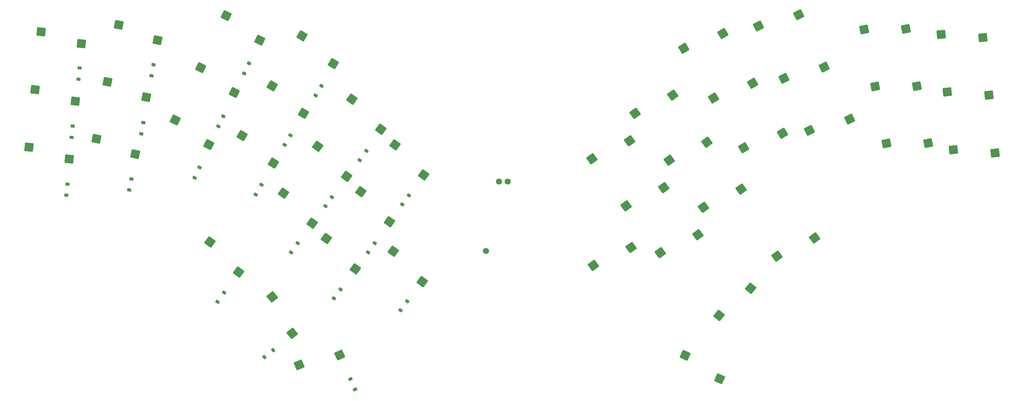
<source format=gbl>
G04 #@! TF.GenerationSoftware,KiCad,Pcbnew,8.0.3*
G04 #@! TF.CreationDate,2024-06-16T15:20:09+01:00*
G04 #@! TF.ProjectId,ykb,796b622e-6b69-4636-9164-5f7063625858,v1.0.0*
G04 #@! TF.SameCoordinates,Original*
G04 #@! TF.FileFunction,Copper,L2,Bot*
G04 #@! TF.FilePolarity,Positive*
%FSLAX46Y46*%
G04 Gerber Fmt 4.6, Leading zero omitted, Abs format (unit mm)*
G04 Created by KiCad (PCBNEW 8.0.3) date 2024-06-16 15:20:09*
%MOMM*%
%LPD*%
G01*
G04 APERTURE LIST*
G04 Aperture macros list*
%AMRoundRect*
0 Rectangle with rounded corners*
0 $1 Rounding radius*
0 $2 $3 $4 $5 $6 $7 $8 $9 X,Y pos of 4 corners*
0 Add a 4 corners polygon primitive as box body*
4,1,4,$2,$3,$4,$5,$6,$7,$8,$9,$2,$3,0*
0 Add four circle primitives for the rounded corners*
1,1,$1+$1,$2,$3*
1,1,$1+$1,$4,$5*
1,1,$1+$1,$6,$7*
1,1,$1+$1,$8,$9*
0 Add four rect primitives between the rounded corners*
20,1,$1+$1,$2,$3,$4,$5,0*
20,1,$1+$1,$4,$5,$6,$7,0*
20,1,$1+$1,$6,$7,$8,$9,0*
20,1,$1+$1,$8,$9,$2,$3,0*%
G04 Aperture macros list end*
G04 #@! TA.AperFunction,ComponentPad*
%ADD10C,1.800000*%
G04 #@! TD*
G04 #@! TA.AperFunction,SMDPad,CuDef*
%ADD11RoundRect,0.250000X-1.343121X-0.496640X0.529647X-1.330451X1.343121X0.496640X-0.529647X1.330451X0*%
G04 #@! TD*
G04 #@! TA.AperFunction,SMDPad,CuDef*
%ADD12RoundRect,0.250000X0.132093X-1.425895X1.422199X0.167254X-0.132093X1.425895X-1.422199X-0.167254X0*%
G04 #@! TD*
G04 #@! TA.AperFunction,SMDPad,CuDef*
%ADD13RoundRect,0.250000X-0.241457X-1.411497X1.417028X-0.206537X0.241457X1.411497X-1.417028X0.206537X0*%
G04 #@! TD*
G04 #@! TA.AperFunction,SMDPad,CuDef*
%ADD14RoundRect,0.250000X-0.363558X-1.385081X1.393635X-0.329253X0.363558X1.385081X-1.393635X0.329253X0*%
G04 #@! TD*
G04 #@! TA.AperFunction,SMDPad,CuDef*
%ADD15RoundRect,0.250000X-0.482893X-1.348124X1.359635X-0.449464X0.482893X1.348124X-1.359635X0.449464X0*%
G04 #@! TD*
G04 #@! TA.AperFunction,SMDPad,CuDef*
%ADD16RoundRect,0.250000X-0.815359X-1.177206X1.196977X-0.786048X0.815359X1.177206X-1.196977X0.786048X0*%
G04 #@! TD*
G04 #@! TA.AperFunction,SMDPad,CuDef*
%ADD17RoundRect,0.250000X-0.914856X-1.101664X1.123913X-0.887380X0.914856X1.101664X-1.123913X0.887380X0*%
G04 #@! TD*
G04 #@! TA.AperFunction,SMDPad,CuDef*
%ADD18RoundRect,0.250000X-0.529647X-1.330451X1.343121X-0.496640X0.529647X1.330451X-1.343121X0.496640X0*%
G04 #@! TD*
G04 #@! TA.AperFunction,SMDPad,CuDef*
%ADD19RoundRect,0.250000X-1.422199X0.167254X-0.132093X-1.425895X1.422199X-0.167254X0.132093X1.425895X0*%
G04 #@! TD*
G04 #@! TA.AperFunction,SMDPad,CuDef*
%ADD20RoundRect,0.250000X-1.417028X-0.206537X0.241457X-1.411497X1.417028X0.206537X-0.241457X1.411497X0*%
G04 #@! TD*
G04 #@! TA.AperFunction,SMDPad,CuDef*
%ADD21RoundRect,0.250000X-1.393635X-0.329253X0.363558X-1.385081X1.393635X0.329253X-0.363558X1.385081X0*%
G04 #@! TD*
G04 #@! TA.AperFunction,SMDPad,CuDef*
%ADD22RoundRect,0.250000X-1.359635X-0.449464X0.482893X-1.348124X1.359635X0.449464X-0.482893X1.348124X0*%
G04 #@! TD*
G04 #@! TA.AperFunction,SMDPad,CuDef*
%ADD23RoundRect,0.250000X-1.196977X-0.786048X0.815359X-1.177206X1.196977X0.786048X-0.815359X1.177206X0*%
G04 #@! TD*
G04 #@! TA.AperFunction,SMDPad,CuDef*
%ADD24RoundRect,0.250000X-1.123913X-0.887380X0.914856X-1.101664X1.123913X0.887380X-0.914856X1.101664X0*%
G04 #@! TD*
G04 #@! TA.AperFunction,SMDPad,CuDef*
%ADD25RoundRect,0.225000X0.434095X-0.053021X0.251064X0.358074X-0.434095X0.053021X-0.251064X-0.358074X0*%
G04 #@! TD*
G04 #@! TA.AperFunction,SMDPad,CuDef*
%ADD26RoundRect,0.225000X0.061137X-0.433027X0.410853X-0.149833X-0.061137X0.433027X-0.410853X0.149833X0*%
G04 #@! TD*
G04 #@! TA.AperFunction,SMDPad,CuDef*
%ADD27RoundRect,0.225000X0.171130X-0.402448X0.435633X-0.038391X-0.171130X0.402448X-0.435633X0.038391X0*%
G04 #@! TD*
G04 #@! TA.AperFunction,SMDPad,CuDef*
%ADD28RoundRect,0.225000X0.205554X-0.386002X0.437321X-0.000277X-0.205554X0.386002X-0.437321X0.000277X0*%
G04 #@! TD*
G04 #@! TA.AperFunction,SMDPad,CuDef*
%ADD29RoundRect,0.225000X0.238414X-0.366618X0.435681X0.037839X-0.238414X0.366618X-0.435681X-0.037839X0*%
G04 #@! TD*
G04 #@! TA.AperFunction,SMDPad,CuDef*
%ADD30RoundRect,0.225000X0.325178X-0.292419X0.411042X0.149313X-0.325178X0.292419X-0.411042X-0.149313X0*%
G04 #@! TD*
G04 #@! TA.AperFunction,SMDPad,CuDef*
%ADD31RoundRect,0.225000X0.349427X-0.262966X0.396465X0.184569X-0.349427X0.262966X-0.396465X-0.184569X0*%
G04 #@! TD*
G04 APERTURE END LIST*
D10*
G04 #@! TO.P,U1,32,D+*
G04 #@! TO.N,unconnected-(U1-D+-Pad32)*
X223810000Y-155640000D03*
G04 #@! TO.P,U1,33,D-*
G04 #@! TO.N,unconnected-(U1-D--Pad33)*
X226350000Y-155640000D03*
G04 #@! TO.P,U1,34,P25*
G04 #@! TO.N,unconnected-(U1-P25-Pad34)*
X220000000Y-175960000D03*
G04 #@! TD*
D11*
G04 #@! TO.P,S44,1,1*
G04 #@! TO.N,col 7*
X278243011Y-206490642D03*
G04 #@! TO.P,S44,2,2*
G04 #@! TO.N,Net-(D44-A)*
X288310736Y-213381282D03*
G04 #@! TD*
D12*
G04 #@! TO.P,S43,1,1*
G04 #@! TO.N,col 8*
X288093157Y-194811885D03*
G04 #@! TO.P,S43,2,2*
G04 #@! TO.N,Net-(D43-A)*
X297354723Y-186870638D03*
G04 #@! TD*
D13*
G04 #@! TO.P,S42,1,1*
G04 #@! TO.N,col 9*
X305054604Y-177438948D03*
G04 #@! TO.P,S42,2,2*
G04 #@! TO.N,Net-(D42-A)*
X316055935Y-172165363D03*
G04 #@! TD*
G04 #@! TO.P,S41,1,1*
G04 #@! TO.N,col 6*
X251412037Y-180164861D03*
G04 #@! TO.P,S41,2,2*
G04 #@! TO.N,Net-(D41-A)*
X262413368Y-174891276D03*
G04 #@! TD*
G04 #@! TO.P,S40,1,1*
G04 #@! TO.N,col 6*
X250985819Y-148954793D03*
G04 #@! TO.P,S40,2,2*
G04 #@! TO.N,Net-(D40-A)*
X261987150Y-143681208D03*
G04 #@! TD*
G04 #@! TO.P,S39,1,1*
G04 #@! TO.N,col 6*
X260978168Y-162708082D03*
G04 #@! TO.P,S39,2,2*
G04 #@! TO.N,Net-(D39-A)*
X271979499Y-157434497D03*
G04 #@! TD*
G04 #@! TO.P,S38,1,1*
G04 #@! TO.N,col 6*
X270970517Y-176461371D03*
G04 #@! TO.P,S38,2,2*
G04 #@! TO.N,Net-(D38-A)*
X281971848Y-171187786D03*
G04 #@! TD*
G04 #@! TO.P,S37,1,1*
G04 #@! TO.N,col 7*
X263549655Y-135624001D03*
G04 #@! TO.P,S37,2,2*
G04 #@! TO.N,Net-(D37-A)*
X274550986Y-130350416D03*
G04 #@! TD*
G04 #@! TO.P,S36,1,1*
G04 #@! TO.N,col 7*
X273542004Y-149377290D03*
G04 #@! TO.P,S36,2,2*
G04 #@! TO.N,Net-(D36-A)*
X284543335Y-144103705D03*
G04 #@! TD*
G04 #@! TO.P,S35,1,1*
G04 #@! TO.N,col 7*
X283534353Y-163130579D03*
G04 #@! TO.P,S35,2,2*
G04 #@! TO.N,Net-(D35-A)*
X294535684Y-157856994D03*
G04 #@! TD*
D14*
G04 #@! TO.P,S34,1,1*
G04 #@! TO.N,col 8*
X277778687Y-116597864D03*
G04 #@! TO.P,S34,2,2*
G04 #@! TO.N,Net-(D34-A)*
X289197778Y-112303176D03*
G04 #@! TD*
G04 #@! TO.P,S33,1,1*
G04 #@! TO.N,col 8*
X286534334Y-131169708D03*
G04 #@! TO.P,S33,2,2*
G04 #@! TO.N,Net-(D33-A)*
X297953425Y-126875020D03*
G04 #@! TD*
G04 #@! TO.P,S32,1,1*
G04 #@! TO.N,col 8*
X295289981Y-145741552D03*
G04 #@! TO.P,S32,2,2*
G04 #@! TO.N,Net-(D32-A)*
X306709072Y-141446864D03*
G04 #@! TD*
D15*
G04 #@! TO.P,S31,1,1*
G04 #@! TO.N,col 9*
X299661044Y-110094134D03*
G04 #@! TO.P,S31,2,2*
G04 #@! TO.N,Net-(D31-A)*
X311410989Y-106811027D03*
G04 #@! TD*
G04 #@! TO.P,S30,1,1*
G04 #@! TO.N,col 9*
X307113353Y-125373633D03*
G04 #@! TO.P,S30,2,2*
G04 #@! TO.N,Net-(D30-A)*
X318863298Y-122090526D03*
G04 #@! TD*
G04 #@! TO.P,S29,1,1*
G04 #@! TO.N,col 9*
X314565663Y-140653132D03*
G04 #@! TO.P,S29,2,2*
G04 #@! TO.N,Net-(D29-A)*
X326315608Y-137370025D03*
G04 #@! TD*
D16*
G04 #@! TO.P,S28,1,1*
G04 #@! TO.N,col 10*
X330547655Y-111093609D03*
G04 #@! TO.P,S28,2,2*
G04 #@! TO.N,Net-(D28-A)*
X342746961Y-110963481D03*
G04 #@! TD*
G04 #@! TO.P,S27,1,1*
G04 #@! TO.N,col 10*
X333791407Y-127781271D03*
G04 #@! TO.P,S27,2,2*
G04 #@! TO.N,Net-(D27-A)*
X345990713Y-127651143D03*
G04 #@! TD*
G04 #@! TO.P,S26,1,1*
G04 #@! TO.N,col 10*
X337035160Y-144468934D03*
G04 #@! TO.P,S26,2,2*
G04 #@! TO.N,Net-(D26-A)*
X349234466Y-144338806D03*
G04 #@! TD*
D17*
G04 #@! TO.P,S25,1,1*
G04 #@! TO.N,col 11*
X353075909Y-112504993D03*
G04 #@! TO.P,S25,2,2*
G04 #@! TO.N,Net-(D25-A)*
X365240134Y-113438600D03*
G04 #@! TD*
G04 #@! TO.P,S24,1,1*
G04 #@! TO.N,col 11*
X354852893Y-129411865D03*
G04 #@! TO.P,S24,2,2*
G04 #@! TO.N,Net-(D24-A)*
X367017118Y-130345472D03*
G04 #@! TD*
G04 #@! TO.P,S23,1,1*
G04 #@! TO.N,col 11*
X356629877Y-146318737D03*
G04 #@! TO.P,S23,2,2*
G04 #@! TO.N,Net-(D23-A)*
X368794102Y-147252344D03*
G04 #@! TD*
D18*
G04 #@! TO.P,S22,1,1*
G04 #@! TO.N,col 4*
X165362171Y-209337799D03*
G04 #@! TO.P,S22,2,2*
G04 #@! TO.N,Net-(D22-A)*
X177219537Y-206466759D03*
G04 #@! TD*
D19*
G04 #@! TO.P,S21,1,1*
G04 #@! TO.N,col 3*
X157501599Y-189371863D03*
G04 #@! TO.P,S21,2,2*
G04 #@! TO.N,Net-(D21-A)*
X163343723Y-200082119D03*
G04 #@! TD*
D20*
G04 #@! TO.P,S20,1,1*
G04 #@! TO.N,col 2*
X139282276Y-173324452D03*
G04 #@! TO.P,S20,2,2*
G04 #@! TO.N,Net-(D20-A)*
X147697352Y-182157712D03*
G04 #@! TD*
G04 #@! TO.P,S19,1,1*
G04 #@! TO.N,col 5*
X192924844Y-176050365D03*
G04 #@! TO.P,S19,2,2*
G04 #@! TO.N,Net-(D19-A)*
X201339920Y-184883625D03*
G04 #@! TD*
G04 #@! TO.P,S18,1,1*
G04 #@! TO.N,col 5*
X193351062Y-144840297D03*
G04 #@! TO.P,S18,2,2*
G04 #@! TO.N,Net-(D18-A)*
X201766138Y-153673557D03*
G04 #@! TD*
G04 #@! TO.P,S17,1,1*
G04 #@! TO.N,col 5*
X183358712Y-158593586D03*
G04 #@! TO.P,S17,2,2*
G04 #@! TO.N,Net-(D17-A)*
X191773788Y-167426846D03*
G04 #@! TD*
G04 #@! TO.P,S16,1,1*
G04 #@! TO.N,col 5*
X173366363Y-172346875D03*
G04 #@! TO.P,S16,2,2*
G04 #@! TO.N,Net-(D16-A)*
X181781439Y-181180135D03*
G04 #@! TD*
G04 #@! TO.P,S15,1,1*
G04 #@! TO.N,col 4*
X180787225Y-131509505D03*
G04 #@! TO.P,S15,2,2*
G04 #@! TO.N,Net-(D15-A)*
X189202301Y-140342765D03*
G04 #@! TD*
G04 #@! TO.P,S14,1,1*
G04 #@! TO.N,col 4*
X170794876Y-145262794D03*
G04 #@! TO.P,S14,2,2*
G04 #@! TO.N,Net-(D14-A)*
X179209952Y-154096054D03*
G04 #@! TD*
G04 #@! TO.P,S13,1,1*
G04 #@! TO.N,col 4*
X160802527Y-159016083D03*
G04 #@! TO.P,S13,2,2*
G04 #@! TO.N,Net-(D13-A)*
X169217603Y-167849343D03*
G04 #@! TD*
D21*
G04 #@! TO.P,S12,1,1*
G04 #@! TO.N,col 3*
X166221141Y-112992598D03*
G04 #@! TO.P,S12,2,2*
G04 #@! TO.N,Net-(D12-A)*
X175374065Y-121058823D03*
G04 #@! TD*
G04 #@! TO.P,S11,1,1*
G04 #@! TO.N,col 3*
X157465494Y-127564442D03*
G04 #@! TO.P,S11,2,2*
G04 #@! TO.N,Net-(D11-A)*
X166618418Y-135630667D03*
G04 #@! TD*
G04 #@! TO.P,S10,1,1*
G04 #@! TO.N,col 3*
X148709847Y-142136286D03*
G04 #@! TO.P,S10,2,2*
G04 #@! TO.N,Net-(D10-A)*
X157862771Y-150202511D03*
G04 #@! TD*
D22*
G04 #@! TO.P,S9,1,1*
G04 #@! TO.N,col 2*
X144047398Y-107025536D03*
G04 #@! TO.P,S9,2,2*
G04 #@! TO.N,Net-(D9-A)*
X153868510Y-114263336D03*
G04 #@! TD*
G04 #@! TO.P,S8,1,1*
G04 #@! TO.N,col 2*
X136595088Y-122305035D03*
G04 #@! TO.P,S8,2,2*
G04 #@! TO.N,Net-(D8-A)*
X146416200Y-129542835D03*
G04 #@! TD*
G04 #@! TO.P,S7,1,1*
G04 #@! TO.N,col 2*
X129142779Y-137584534D03*
G04 #@! TO.P,S7,2,2*
G04 #@! TO.N,Net-(D7-A)*
X138963891Y-144822334D03*
G04 #@! TD*
D23*
G04 #@! TO.P,S6,1,1*
G04 #@! TO.N,col 1*
X112580955Y-109757946D03*
G04 #@! TO.P,S6,2,2*
G04 #@! TO.N,Net-(D6-A)*
X123940701Y-114207234D03*
G04 #@! TD*
G04 #@! TO.P,S5,1,1*
G04 #@! TO.N,col 1*
X109337202Y-126445608D03*
G04 #@! TO.P,S5,2,2*
G04 #@! TO.N,Net-(D5-A)*
X120696948Y-130894896D03*
G04 #@! TD*
G04 #@! TO.P,S4,1,1*
G04 #@! TO.N,col 1*
X106093449Y-143133271D03*
G04 #@! TO.P,S4,2,2*
G04 #@! TO.N,Net-(D4-A)*
X117453195Y-147582559D03*
G04 #@! TD*
D24*
G04 #@! TO.P,S3,1,1*
G04 #@! TO.N,col 0*
X89962437Y-111773294D03*
G04 #@! TO.P,S3,2,2*
G04 #@! TO.N,Net-(D3-A)*
X101666737Y-115215584D03*
G04 #@! TD*
G04 #@! TO.P,S2,1,1*
G04 #@! TO.N,col 0*
X88185453Y-128680166D03*
G04 #@! TO.P,S2,2,2*
G04 #@! TO.N,Net-(D2-A)*
X99889753Y-132122456D03*
G04 #@! TD*
G04 #@! TO.P,S1,1,1*
G04 #@! TO.N,col 0*
X86408469Y-145587038D03*
G04 #@! TO.P,S1,2,2*
G04 #@! TO.N,Net-(D1-A)*
X98112769Y-149029328D03*
G04 #@! TD*
D25*
G04 #@! TO.P,D22,1,K*
G04 #@! TO.N,row 3*
X181671115Y-216507350D03*
G04 #@! TO.P,D22,2,A*
G04 #@! TO.N,Net-(D22-A)*
X180328885Y-213492650D03*
G04 #@! TD*
D26*
G04 #@! TO.P,D21,1,K*
G04 #@! TO.N,row 3*
X155217709Y-207038379D03*
G04 #@! TO.P,D21,2,A*
G04 #@! TO.N,Net-(D21-A)*
X157782291Y-204961621D03*
G04 #@! TD*
D27*
G04 #@! TO.P,D20,1,K*
G04 #@! TO.N,row 3*
X141530154Y-190834878D03*
G04 #@! TO.P,D20,2,A*
G04 #@! TO.N,Net-(D20-A)*
X143469846Y-188165122D03*
G04 #@! TD*
G04 #@! TO.P,D19,1,K*
G04 #@! TO.N,row 3*
X195030154Y-193334878D03*
G04 #@! TO.P,D19,2,A*
G04 #@! TO.N,Net-(D19-A)*
X196969846Y-190665122D03*
G04 #@! TD*
G04 #@! TO.P,D18,1,K*
G04 #@! TO.N,row 0*
X195530154Y-162334878D03*
G04 #@! TO.P,D18,2,A*
G04 #@! TO.N,Net-(D18-A)*
X197469846Y-159665122D03*
G04 #@! TD*
G04 #@! TO.P,D17,1,K*
G04 #@! TO.N,row 1*
X185530154Y-176334878D03*
G04 #@! TO.P,D17,2,A*
G04 #@! TO.N,Net-(D17-A)*
X187469846Y-173665122D03*
G04 #@! TD*
G04 #@! TO.P,D16,1,K*
G04 #@! TO.N,Net-(D1-K)*
X175530154Y-189834878D03*
G04 #@! TO.P,D16,2,A*
G04 #@! TO.N,Net-(D16-A)*
X177469846Y-187165122D03*
G04 #@! TD*
G04 #@! TO.P,D15,1,K*
G04 #@! TO.N,row 0*
X183030154Y-149334878D03*
G04 #@! TO.P,D15,2,A*
G04 #@! TO.N,Net-(D15-A)*
X184969846Y-146665122D03*
G04 #@! TD*
G04 #@! TO.P,D14,1,K*
G04 #@! TO.N,row 1*
X173030154Y-162834878D03*
G04 #@! TO.P,D14,2,A*
G04 #@! TO.N,Net-(D14-A)*
X174969846Y-160165122D03*
G04 #@! TD*
G04 #@! TO.P,D13,1,K*
G04 #@! TO.N,Net-(D1-K)*
X163030154Y-176334878D03*
G04 #@! TO.P,D13,2,A*
G04 #@! TO.N,Net-(D13-A)*
X164969846Y-173665122D03*
G04 #@! TD*
D28*
G04 #@! TO.P,D12,1,K*
G04 #@! TO.N,row 0*
X170150187Y-130414326D03*
G04 #@! TO.P,D12,2,A*
G04 #@! TO.N,Net-(D12-A)*
X171849813Y-127585674D03*
G04 #@! TD*
G04 #@! TO.P,D11,1,K*
G04 #@! TO.N,row 1*
X161150187Y-144914326D03*
G04 #@! TO.P,D11,2,A*
G04 #@! TO.N,Net-(D11-A)*
X162849813Y-142085674D03*
G04 #@! TD*
G04 #@! TO.P,D10,1,K*
G04 #@! TO.N,Net-(D1-K)*
X152650187Y-159414326D03*
G04 #@! TO.P,D10,2,A*
G04 #@! TO.N,Net-(D10-A)*
X154349813Y-156585674D03*
G04 #@! TD*
D29*
G04 #@! TO.P,D9,1,K*
G04 #@! TO.N,row 0*
X149276688Y-123983010D03*
G04 #@! TO.P,D9,2,A*
G04 #@! TO.N,Net-(D9-A)*
X150723312Y-121016990D03*
G04 #@! TD*
G04 #@! TO.P,D8,1,K*
G04 #@! TO.N,row 1*
X141776688Y-139483010D03*
G04 #@! TO.P,D8,2,A*
G04 #@! TO.N,Net-(D8-A)*
X143223312Y-136516990D03*
G04 #@! TD*
G04 #@! TO.P,D7,1,K*
G04 #@! TO.N,Net-(D1-K)*
X134776688Y-154483010D03*
G04 #@! TO.P,D7,2,A*
G04 #@! TO.N,Net-(D7-A)*
X136223312Y-151516990D03*
G04 #@! TD*
D30*
G04 #@! TO.P,D6,1,K*
G04 #@! TO.N,row 0*
X122185165Y-124619685D03*
G04 #@! TO.P,D6,2,A*
G04 #@! TO.N,Net-(D6-A)*
X122814835Y-121380315D03*
G04 #@! TD*
G04 #@! TO.P,D5,1,K*
G04 #@! TO.N,row 1*
X119185165Y-141619685D03*
G04 #@! TO.P,D5,2,A*
G04 #@! TO.N,Net-(D5-A)*
X119814835Y-138380315D03*
G04 #@! TD*
G04 #@! TO.P,D4,1,K*
G04 #@! TO.N,Net-(D1-K)*
X115685165Y-158119685D03*
G04 #@! TO.P,D4,2,A*
G04 #@! TO.N,Net-(D4-A)*
X116314835Y-154880315D03*
G04 #@! TD*
D31*
G04 #@! TO.P,D3,1,K*
G04 #@! TO.N,row 0*
X100827528Y-125640961D03*
G04 #@! TO.P,D3,2,A*
G04 #@! TO.N,Net-(D3-A)*
X101172472Y-122359039D03*
G04 #@! TD*
G04 #@! TO.P,D2,1,K*
G04 #@! TO.N,row 1*
X98827528Y-142640961D03*
G04 #@! TO.P,D2,2,A*
G04 #@! TO.N,Net-(D2-A)*
X99172472Y-139359039D03*
G04 #@! TD*
G04 #@! TO.P,D1,1,K*
G04 #@! TO.N,Net-(D1-K)*
X97327528Y-159640961D03*
G04 #@! TO.P,D1,2,A*
G04 #@! TO.N,Net-(D1-A)*
X97672472Y-156359039D03*
G04 #@! TD*
M02*

</source>
